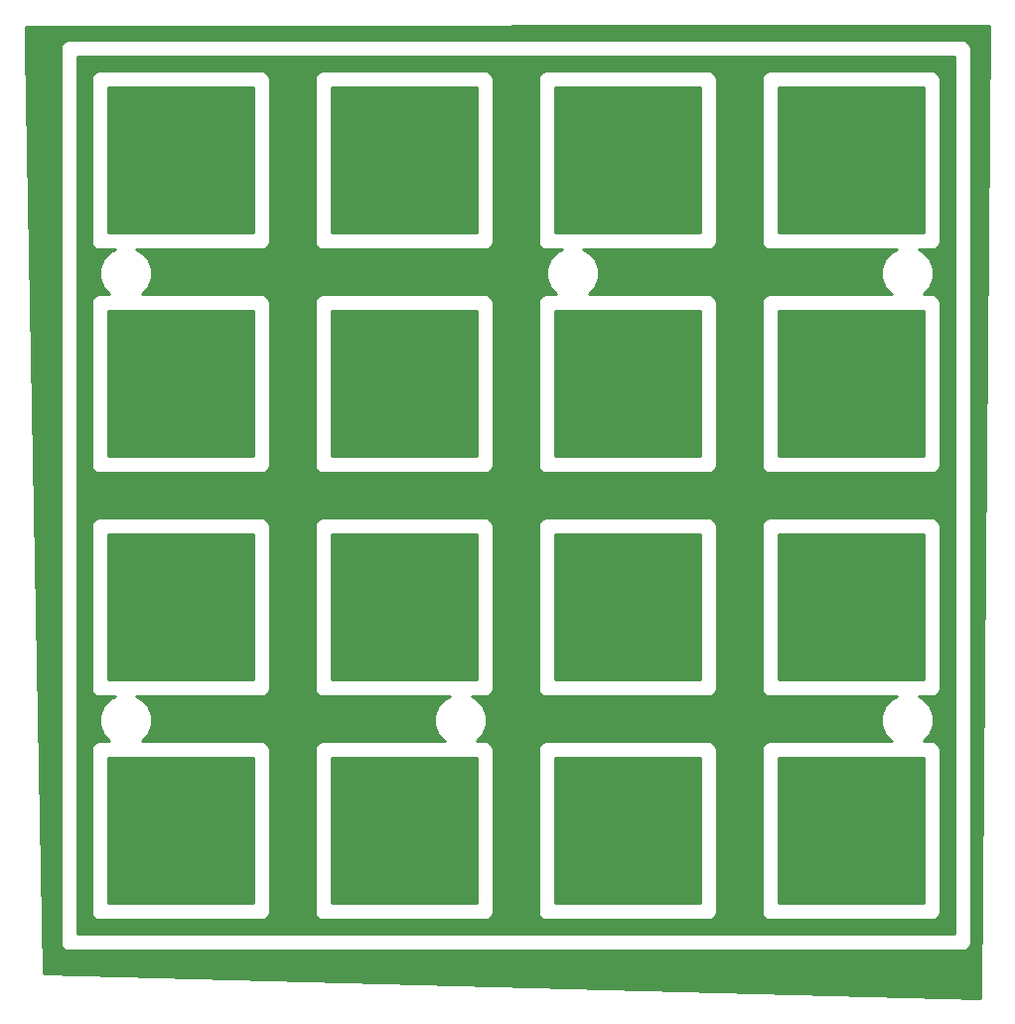
<source format=gbr>
G04 #@! TF.GenerationSoftware,KiCad,Pcbnew,(5.0.0)*
G04 #@! TF.CreationDate,2018-10-05T18:25:32-06:00*
G04 #@! TF.ProjectId,4x4_backpack,3478345F6261636B7061636B2E6B6963,rev?*
G04 #@! TF.SameCoordinates,Original*
G04 #@! TF.FileFunction,Copper,L1,Top,Signal*
G04 #@! TF.FilePolarity,Positive*
%FSLAX46Y46*%
G04 Gerber Fmt 4.6, Leading zero omitted, Abs format (unit mm)*
G04 Created by KiCad (PCBNEW (5.0.0)) date 10/05/18 18:25:32*
%MOMM*%
%LPD*%
G01*
G04 APERTURE LIST*
G04 #@! TA.AperFunction,NonConductor*
%ADD10C,0.254000*%
G04 #@! TD*
G04 APERTURE END LIST*
D10*
G36*
X153882084Y-157161650D02*
X74031077Y-155037253D01*
X72548905Y-76200000D01*
X75476091Y-76200000D01*
X75490000Y-76269926D01*
X75490001Y-152330069D01*
X75476091Y-152400000D01*
X75531195Y-152677028D01*
X75688119Y-152911881D01*
X75922972Y-153068805D01*
X76130074Y-153110000D01*
X76130075Y-153110000D01*
X76200000Y-153123909D01*
X76269926Y-153110000D01*
X152330074Y-153110000D01*
X152400000Y-153123909D01*
X152469925Y-153110000D01*
X152469926Y-153110000D01*
X152677028Y-153068805D01*
X152911881Y-152911881D01*
X153068805Y-152677028D01*
X153123909Y-152400000D01*
X153110000Y-152330074D01*
X153110000Y-76269926D01*
X153123909Y-76200000D01*
X153068805Y-75922972D01*
X152911881Y-75688119D01*
X152677028Y-75531195D01*
X152469926Y-75490000D01*
X152400000Y-75476091D01*
X152330075Y-75490000D01*
X76269925Y-75490000D01*
X76200000Y-75476091D01*
X76130074Y-75490000D01*
X75922972Y-75531195D01*
X75688119Y-75688119D01*
X75531195Y-75922972D01*
X75476091Y-76200000D01*
X72548905Y-76200000D01*
X72514328Y-74360881D01*
X154689835Y-74259598D01*
X153882084Y-157161650D01*
X153882084Y-157161650D01*
G37*
X153882084Y-157161650D02*
X74031077Y-155037253D01*
X72548905Y-76200000D01*
X75476091Y-76200000D01*
X75490000Y-76269926D01*
X75490001Y-152330069D01*
X75476091Y-152400000D01*
X75531195Y-152677028D01*
X75688119Y-152911881D01*
X75922972Y-153068805D01*
X76130074Y-153110000D01*
X76130075Y-153110000D01*
X76200000Y-153123909D01*
X76269926Y-153110000D01*
X152330074Y-153110000D01*
X152400000Y-153123909D01*
X152469925Y-153110000D01*
X152469926Y-153110000D01*
X152677028Y-153068805D01*
X152911881Y-152911881D01*
X153068805Y-152677028D01*
X153123909Y-152400000D01*
X153110000Y-152330074D01*
X153110000Y-76269926D01*
X153123909Y-76200000D01*
X153068805Y-75922972D01*
X152911881Y-75688119D01*
X152677028Y-75531195D01*
X152469926Y-75490000D01*
X152400000Y-75476091D01*
X152330075Y-75490000D01*
X76269925Y-75490000D01*
X76200000Y-75476091D01*
X76130074Y-75490000D01*
X75922972Y-75531195D01*
X75688119Y-75688119D01*
X75531195Y-75922972D01*
X75476091Y-76200000D01*
X72548905Y-76200000D01*
X72514328Y-74360881D01*
X154689835Y-74259598D01*
X153882084Y-157161650D01*
G36*
X151690000Y-151690000D02*
X76910000Y-151690000D01*
X76910000Y-116923820D01*
X78099911Y-116923820D01*
X78113821Y-116993751D01*
X78113820Y-130669024D01*
X78102451Y-130726180D01*
X78113820Y-130783336D01*
X78113820Y-130796105D01*
X78155015Y-131003207D01*
X78311939Y-131238060D01*
X78546792Y-131394985D01*
X78823820Y-131450089D01*
X78893745Y-131436180D01*
X80112640Y-131436180D01*
X79759974Y-131582259D01*
X79131259Y-132210974D01*
X78791000Y-133032431D01*
X78791000Y-133921569D01*
X79131259Y-134743026D01*
X79652053Y-135263820D01*
X78893746Y-135263820D01*
X78823820Y-135249911D01*
X78753895Y-135263820D01*
X78753894Y-135263820D01*
X78546792Y-135305015D01*
X78311939Y-135461939D01*
X78155015Y-135696792D01*
X78099911Y-135973820D01*
X78113821Y-136043751D01*
X78113820Y-149719024D01*
X78102451Y-149776180D01*
X78113820Y-149833336D01*
X78113820Y-149846105D01*
X78155015Y-150053207D01*
X78311939Y-150288060D01*
X78546792Y-150444985D01*
X78823820Y-150500089D01*
X78893745Y-150486180D01*
X92556255Y-150486180D01*
X92626180Y-150500089D01*
X92903208Y-150444985D01*
X93138061Y-150288061D01*
X93294985Y-150053208D01*
X93336180Y-149846106D01*
X93336180Y-149846105D01*
X93350089Y-149776180D01*
X93336180Y-149706254D01*
X93336180Y-136043746D01*
X93350089Y-135973820D01*
X93294985Y-135696792D01*
X93138061Y-135461939D01*
X92903208Y-135305015D01*
X92696106Y-135263820D01*
X92696105Y-135263820D01*
X92626180Y-135249911D01*
X92556254Y-135263820D01*
X82399947Y-135263820D01*
X82920741Y-134743026D01*
X83261000Y-133921569D01*
X83261000Y-133032431D01*
X82920741Y-132210974D01*
X82292026Y-131582259D01*
X81939360Y-131436180D01*
X92556255Y-131436180D01*
X92626180Y-131450089D01*
X92903208Y-131394985D01*
X93138061Y-131238061D01*
X93294985Y-131003208D01*
X93336180Y-130796106D01*
X93336180Y-130796105D01*
X93350089Y-130726180D01*
X93336180Y-130656254D01*
X93336180Y-116993746D01*
X93350089Y-116923820D01*
X97149911Y-116923820D01*
X97163821Y-116993751D01*
X97163820Y-130669024D01*
X97152451Y-130726180D01*
X97163820Y-130783336D01*
X97163820Y-130796105D01*
X97205015Y-131003207D01*
X97361939Y-131238060D01*
X97596792Y-131394985D01*
X97873820Y-131450089D01*
X97943745Y-131436180D01*
X108687640Y-131436180D01*
X108334974Y-131582259D01*
X107706259Y-132210974D01*
X107366000Y-133032431D01*
X107366000Y-133921569D01*
X107706259Y-134743026D01*
X108227053Y-135263820D01*
X97943746Y-135263820D01*
X97873820Y-135249911D01*
X97803895Y-135263820D01*
X97803894Y-135263820D01*
X97596792Y-135305015D01*
X97361939Y-135461939D01*
X97205015Y-135696792D01*
X97149911Y-135973820D01*
X97163821Y-136043751D01*
X97163820Y-149719024D01*
X97152451Y-149776180D01*
X97163820Y-149833336D01*
X97163820Y-149846105D01*
X97205015Y-150053207D01*
X97361939Y-150288060D01*
X97596792Y-150444985D01*
X97873820Y-150500089D01*
X97943745Y-150486180D01*
X111606255Y-150486180D01*
X111676180Y-150500089D01*
X111953208Y-150444985D01*
X112188061Y-150288061D01*
X112344985Y-150053208D01*
X112386180Y-149846106D01*
X112386180Y-149846105D01*
X112400089Y-149776180D01*
X112386180Y-149706254D01*
X112386180Y-136043746D01*
X112400089Y-135973820D01*
X116202451Y-135973820D01*
X116216361Y-136043751D01*
X116216360Y-149719024D01*
X116204991Y-149776180D01*
X116216360Y-149833336D01*
X116216360Y-149846105D01*
X116257555Y-150053207D01*
X116414479Y-150288060D01*
X116649332Y-150444985D01*
X116926360Y-150500089D01*
X116996285Y-150486180D01*
X130658795Y-150486180D01*
X130728720Y-150500089D01*
X131005748Y-150444985D01*
X131240601Y-150288061D01*
X131397525Y-150053208D01*
X131438720Y-149846106D01*
X131438720Y-149846105D01*
X131452629Y-149776180D01*
X131438720Y-149706254D01*
X131438720Y-136043746D01*
X131452629Y-135973820D01*
X131397525Y-135696792D01*
X131240601Y-135461939D01*
X131005748Y-135305015D01*
X130798646Y-135263820D01*
X130798645Y-135263820D01*
X130728720Y-135249911D01*
X130658794Y-135263820D01*
X116996286Y-135263820D01*
X116926360Y-135249911D01*
X116856435Y-135263820D01*
X116856434Y-135263820D01*
X116649332Y-135305015D01*
X116414479Y-135461939D01*
X116257555Y-135696792D01*
X116202451Y-135973820D01*
X112400089Y-135973820D01*
X112344985Y-135696792D01*
X112188061Y-135461939D01*
X111953208Y-135305015D01*
X111746106Y-135263820D01*
X111746105Y-135263820D01*
X111676180Y-135249911D01*
X111606254Y-135263820D01*
X110974947Y-135263820D01*
X111495741Y-134743026D01*
X111836000Y-133921569D01*
X111836000Y-133032431D01*
X111495741Y-132210974D01*
X110867026Y-131582259D01*
X110514360Y-131436180D01*
X111606255Y-131436180D01*
X111676180Y-131450089D01*
X111953208Y-131394985D01*
X112188061Y-131238061D01*
X112344985Y-131003208D01*
X112386180Y-130796106D01*
X112386180Y-130796105D01*
X112400089Y-130726180D01*
X112386180Y-130656254D01*
X112386180Y-116993746D01*
X112400089Y-116923820D01*
X116202451Y-116923820D01*
X116216361Y-116993751D01*
X116216360Y-130669024D01*
X116204991Y-130726180D01*
X116216360Y-130783336D01*
X116216360Y-130796105D01*
X116257555Y-131003207D01*
X116414479Y-131238060D01*
X116649332Y-131394985D01*
X116926360Y-131450089D01*
X116996285Y-131436180D01*
X130658795Y-131436180D01*
X130728720Y-131450089D01*
X131005748Y-131394985D01*
X131240601Y-131238061D01*
X131397525Y-131003208D01*
X131438720Y-130796106D01*
X131438720Y-130796105D01*
X131452629Y-130726180D01*
X131438720Y-130656254D01*
X131438720Y-116993746D01*
X131452629Y-116923820D01*
X135252451Y-116923820D01*
X135266361Y-116993751D01*
X135266360Y-130669024D01*
X135254991Y-130726180D01*
X135266360Y-130783336D01*
X135266360Y-130796105D01*
X135307555Y-131003207D01*
X135464479Y-131238060D01*
X135699332Y-131394985D01*
X135976360Y-131450089D01*
X136046285Y-131436180D01*
X146787640Y-131436180D01*
X146434974Y-131582259D01*
X145806259Y-132210974D01*
X145466000Y-133032431D01*
X145466000Y-133921569D01*
X145806259Y-134743026D01*
X146327053Y-135263820D01*
X136046286Y-135263820D01*
X135976360Y-135249911D01*
X135906435Y-135263820D01*
X135906434Y-135263820D01*
X135699332Y-135305015D01*
X135464479Y-135461939D01*
X135307555Y-135696792D01*
X135252451Y-135973820D01*
X135266361Y-136043751D01*
X135266360Y-149719024D01*
X135254991Y-149776180D01*
X135266360Y-149833336D01*
X135266360Y-149846105D01*
X135307555Y-150053207D01*
X135464479Y-150288060D01*
X135699332Y-150444985D01*
X135976360Y-150500089D01*
X136046285Y-150486180D01*
X149708795Y-150486180D01*
X149778720Y-150500089D01*
X150055748Y-150444985D01*
X150290601Y-150288061D01*
X150447525Y-150053208D01*
X150488720Y-149846106D01*
X150488720Y-149846105D01*
X150502629Y-149776180D01*
X150488720Y-149706254D01*
X150488720Y-136043746D01*
X150502629Y-135973820D01*
X150447525Y-135696792D01*
X150290601Y-135461939D01*
X150055748Y-135305015D01*
X149848646Y-135263820D01*
X149848645Y-135263820D01*
X149778720Y-135249911D01*
X149708794Y-135263820D01*
X149074947Y-135263820D01*
X149595741Y-134743026D01*
X149936000Y-133921569D01*
X149936000Y-133032431D01*
X149595741Y-132210974D01*
X148967026Y-131582259D01*
X148614360Y-131436180D01*
X149708795Y-131436180D01*
X149778720Y-131450089D01*
X150055748Y-131394985D01*
X150290601Y-131238061D01*
X150447525Y-131003208D01*
X150488720Y-130796106D01*
X150488720Y-130796105D01*
X150502629Y-130726180D01*
X150488720Y-130656254D01*
X150488720Y-116993746D01*
X150502629Y-116923820D01*
X150447525Y-116646792D01*
X150290601Y-116411939D01*
X150055748Y-116255015D01*
X149848646Y-116213820D01*
X149848645Y-116213820D01*
X149778720Y-116199911D01*
X149708794Y-116213820D01*
X136046286Y-116213820D01*
X135976360Y-116199911D01*
X135906435Y-116213820D01*
X135906434Y-116213820D01*
X135699332Y-116255015D01*
X135464479Y-116411939D01*
X135307555Y-116646792D01*
X135252451Y-116923820D01*
X131452629Y-116923820D01*
X131397525Y-116646792D01*
X131240601Y-116411939D01*
X131005748Y-116255015D01*
X130798646Y-116213820D01*
X130798645Y-116213820D01*
X130728720Y-116199911D01*
X130658794Y-116213820D01*
X116996286Y-116213820D01*
X116926360Y-116199911D01*
X116856435Y-116213820D01*
X116856434Y-116213820D01*
X116649332Y-116255015D01*
X116414479Y-116411939D01*
X116257555Y-116646792D01*
X116202451Y-116923820D01*
X112400089Y-116923820D01*
X112344985Y-116646792D01*
X112188061Y-116411939D01*
X111953208Y-116255015D01*
X111746106Y-116213820D01*
X111746105Y-116213820D01*
X111676180Y-116199911D01*
X111606254Y-116213820D01*
X97943746Y-116213820D01*
X97873820Y-116199911D01*
X97803895Y-116213820D01*
X97803894Y-116213820D01*
X97596792Y-116255015D01*
X97361939Y-116411939D01*
X97205015Y-116646792D01*
X97149911Y-116923820D01*
X93350089Y-116923820D01*
X93294985Y-116646792D01*
X93138061Y-116411939D01*
X92903208Y-116255015D01*
X92696106Y-116213820D01*
X92696105Y-116213820D01*
X92626180Y-116199911D01*
X92556254Y-116213820D01*
X78893746Y-116213820D01*
X78823820Y-116199911D01*
X78753895Y-116213820D01*
X78753894Y-116213820D01*
X78546792Y-116255015D01*
X78311939Y-116411939D01*
X78155015Y-116646792D01*
X78099911Y-116923820D01*
X76910000Y-116923820D01*
X76910000Y-78823820D01*
X78097371Y-78823820D01*
X78111281Y-78893751D01*
X78111280Y-92569024D01*
X78099911Y-92626180D01*
X78111280Y-92683336D01*
X78111280Y-92696105D01*
X78152475Y-92903207D01*
X78309399Y-93138060D01*
X78544252Y-93294985D01*
X78821280Y-93350089D01*
X78891205Y-93336180D01*
X80112640Y-93336180D01*
X79759974Y-93482259D01*
X79131259Y-94110974D01*
X78791000Y-94932431D01*
X78791000Y-95821569D01*
X79131259Y-96643026D01*
X79652053Y-97163820D01*
X78891206Y-97163820D01*
X78821280Y-97149911D01*
X78751355Y-97163820D01*
X78751354Y-97163820D01*
X78544252Y-97205015D01*
X78309399Y-97361939D01*
X78152475Y-97596792D01*
X78097371Y-97873820D01*
X78111281Y-97943751D01*
X78111280Y-111619024D01*
X78099911Y-111676180D01*
X78111280Y-111733336D01*
X78111280Y-111746105D01*
X78152475Y-111953207D01*
X78309399Y-112188060D01*
X78544252Y-112344985D01*
X78821280Y-112400089D01*
X78891205Y-112386180D01*
X92553715Y-112386180D01*
X92623640Y-112400089D01*
X92900668Y-112344985D01*
X93135521Y-112188061D01*
X93292445Y-111953208D01*
X93333640Y-111746106D01*
X93333640Y-111746105D01*
X93347549Y-111676180D01*
X93333640Y-111606254D01*
X93333640Y-97943746D01*
X93347549Y-97873820D01*
X97147371Y-97873820D01*
X97161281Y-97943751D01*
X97161280Y-111619024D01*
X97149911Y-111676180D01*
X97161280Y-111733336D01*
X97161280Y-111746105D01*
X97202475Y-111953207D01*
X97359399Y-112188060D01*
X97594252Y-112344985D01*
X97871280Y-112400089D01*
X97941205Y-112386180D01*
X111603715Y-112386180D01*
X111673640Y-112400089D01*
X111950668Y-112344985D01*
X112185521Y-112188061D01*
X112342445Y-111953208D01*
X112383640Y-111746106D01*
X112383640Y-111746105D01*
X112397549Y-111676180D01*
X112383640Y-111606254D01*
X112383640Y-97943746D01*
X112397549Y-97873820D01*
X112342445Y-97596792D01*
X112185521Y-97361939D01*
X111950668Y-97205015D01*
X111743566Y-97163820D01*
X111743565Y-97163820D01*
X111673640Y-97149911D01*
X111603714Y-97163820D01*
X97941206Y-97163820D01*
X97871280Y-97149911D01*
X97801355Y-97163820D01*
X97801354Y-97163820D01*
X97594252Y-97205015D01*
X97359399Y-97361939D01*
X97202475Y-97596792D01*
X97147371Y-97873820D01*
X93347549Y-97873820D01*
X93292445Y-97596792D01*
X93135521Y-97361939D01*
X92900668Y-97205015D01*
X92693566Y-97163820D01*
X92693565Y-97163820D01*
X92623640Y-97149911D01*
X92553714Y-97163820D01*
X82399947Y-97163820D01*
X82920741Y-96643026D01*
X83261000Y-95821569D01*
X83261000Y-94932431D01*
X82920741Y-94110974D01*
X82292026Y-93482259D01*
X81939360Y-93336180D01*
X92553715Y-93336180D01*
X92623640Y-93350089D01*
X92900668Y-93294985D01*
X93135521Y-93138061D01*
X93292445Y-92903208D01*
X93333640Y-92696106D01*
X93333640Y-92696105D01*
X93347549Y-92626180D01*
X93333640Y-92556254D01*
X93333640Y-78893746D01*
X93347549Y-78823820D01*
X97147371Y-78823820D01*
X97161281Y-78893751D01*
X97161280Y-92569024D01*
X97149911Y-92626180D01*
X97161280Y-92683336D01*
X97161280Y-92696105D01*
X97202475Y-92903207D01*
X97359399Y-93138060D01*
X97594252Y-93294985D01*
X97871280Y-93350089D01*
X97941205Y-93336180D01*
X111603715Y-93336180D01*
X111673640Y-93350089D01*
X111950668Y-93294985D01*
X112185521Y-93138061D01*
X112342445Y-92903208D01*
X112383640Y-92696106D01*
X112383640Y-92696105D01*
X112397549Y-92626180D01*
X112383640Y-92556254D01*
X112383640Y-78893746D01*
X112397549Y-78823820D01*
X116199911Y-78823820D01*
X116213821Y-78893751D01*
X116213820Y-92569024D01*
X116202451Y-92626180D01*
X116213820Y-92683336D01*
X116213820Y-92696105D01*
X116255015Y-92903207D01*
X116411939Y-93138060D01*
X116646792Y-93294985D01*
X116923820Y-93350089D01*
X116993745Y-93336180D01*
X118212640Y-93336180D01*
X117859974Y-93482259D01*
X117231259Y-94110974D01*
X116891000Y-94932431D01*
X116891000Y-95821569D01*
X117231259Y-96643026D01*
X117752053Y-97163820D01*
X116993746Y-97163820D01*
X116923820Y-97149911D01*
X116853895Y-97163820D01*
X116853894Y-97163820D01*
X116646792Y-97205015D01*
X116411939Y-97361939D01*
X116255015Y-97596792D01*
X116199911Y-97873820D01*
X116213821Y-97943751D01*
X116213820Y-111619024D01*
X116202451Y-111676180D01*
X116213820Y-111733336D01*
X116213820Y-111746105D01*
X116255015Y-111953207D01*
X116411939Y-112188060D01*
X116646792Y-112344985D01*
X116923820Y-112400089D01*
X116993745Y-112386180D01*
X130656255Y-112386180D01*
X130726180Y-112400089D01*
X131003208Y-112344985D01*
X131238061Y-112188061D01*
X131394985Y-111953208D01*
X131436180Y-111746106D01*
X131436180Y-111746105D01*
X131450089Y-111676180D01*
X131436180Y-111606254D01*
X131436180Y-97943746D01*
X131450089Y-97873820D01*
X131394985Y-97596792D01*
X131238061Y-97361939D01*
X131003208Y-97205015D01*
X130796106Y-97163820D01*
X130796105Y-97163820D01*
X130726180Y-97149911D01*
X130656254Y-97163820D01*
X120499947Y-97163820D01*
X121020741Y-96643026D01*
X121361000Y-95821569D01*
X121361000Y-94932431D01*
X121020741Y-94110974D01*
X120392026Y-93482259D01*
X120039360Y-93336180D01*
X130656255Y-93336180D01*
X130726180Y-93350089D01*
X131003208Y-93294985D01*
X131238061Y-93138061D01*
X131394985Y-92903208D01*
X131436180Y-92696106D01*
X131436180Y-92696105D01*
X131450089Y-92626180D01*
X131436180Y-92556254D01*
X131436180Y-78893746D01*
X131450089Y-78823820D01*
X135249911Y-78823820D01*
X135263821Y-78893751D01*
X135263820Y-92569024D01*
X135252451Y-92626180D01*
X135263820Y-92683336D01*
X135263820Y-92696105D01*
X135305015Y-92903207D01*
X135461939Y-93138060D01*
X135696792Y-93294985D01*
X135973820Y-93350089D01*
X136043745Y-93336180D01*
X146787640Y-93336180D01*
X146434974Y-93482259D01*
X145806259Y-94110974D01*
X145466000Y-94932431D01*
X145466000Y-95821569D01*
X145806259Y-96643026D01*
X146327053Y-97163820D01*
X136043746Y-97163820D01*
X135973820Y-97149911D01*
X135903895Y-97163820D01*
X135903894Y-97163820D01*
X135696792Y-97205015D01*
X135461939Y-97361939D01*
X135305015Y-97596792D01*
X135249911Y-97873820D01*
X135263821Y-97943751D01*
X135263820Y-111619024D01*
X135252451Y-111676180D01*
X135263820Y-111733336D01*
X135263820Y-111746105D01*
X135305015Y-111953207D01*
X135461939Y-112188060D01*
X135696792Y-112344985D01*
X135973820Y-112400089D01*
X136043745Y-112386180D01*
X149706255Y-112386180D01*
X149776180Y-112400089D01*
X150053208Y-112344985D01*
X150288061Y-112188061D01*
X150444985Y-111953208D01*
X150486180Y-111746106D01*
X150486180Y-111746105D01*
X150500089Y-111676180D01*
X150486180Y-111606254D01*
X150486180Y-97943746D01*
X150500089Y-97873820D01*
X150444985Y-97596792D01*
X150288061Y-97361939D01*
X150053208Y-97205015D01*
X149846106Y-97163820D01*
X149846105Y-97163820D01*
X149776180Y-97149911D01*
X149706254Y-97163820D01*
X149074947Y-97163820D01*
X149595741Y-96643026D01*
X149936000Y-95821569D01*
X149936000Y-94932431D01*
X149595741Y-94110974D01*
X148967026Y-93482259D01*
X148614360Y-93336180D01*
X149706255Y-93336180D01*
X149776180Y-93350089D01*
X150053208Y-93294985D01*
X150288061Y-93138061D01*
X150444985Y-92903208D01*
X150486180Y-92696106D01*
X150486180Y-92696105D01*
X150500089Y-92626180D01*
X150486180Y-92556254D01*
X150486180Y-78893746D01*
X150500089Y-78823820D01*
X150444985Y-78546792D01*
X150288061Y-78311939D01*
X150053208Y-78155015D01*
X149846106Y-78113820D01*
X149846105Y-78113820D01*
X149776180Y-78099911D01*
X149706254Y-78113820D01*
X136043746Y-78113820D01*
X135973820Y-78099911D01*
X135903895Y-78113820D01*
X135903894Y-78113820D01*
X135696792Y-78155015D01*
X135461939Y-78311939D01*
X135305015Y-78546792D01*
X135249911Y-78823820D01*
X131450089Y-78823820D01*
X131394985Y-78546792D01*
X131238061Y-78311939D01*
X131003208Y-78155015D01*
X130796106Y-78113820D01*
X130796105Y-78113820D01*
X130726180Y-78099911D01*
X130656254Y-78113820D01*
X116993746Y-78113820D01*
X116923820Y-78099911D01*
X116853895Y-78113820D01*
X116853894Y-78113820D01*
X116646792Y-78155015D01*
X116411939Y-78311939D01*
X116255015Y-78546792D01*
X116199911Y-78823820D01*
X112397549Y-78823820D01*
X112342445Y-78546792D01*
X112185521Y-78311939D01*
X111950668Y-78155015D01*
X111743566Y-78113820D01*
X111743565Y-78113820D01*
X111673640Y-78099911D01*
X111603714Y-78113820D01*
X97941206Y-78113820D01*
X97871280Y-78099911D01*
X97801355Y-78113820D01*
X97801354Y-78113820D01*
X97594252Y-78155015D01*
X97359399Y-78311939D01*
X97202475Y-78546792D01*
X97147371Y-78823820D01*
X93347549Y-78823820D01*
X93292445Y-78546792D01*
X93135521Y-78311939D01*
X92900668Y-78155015D01*
X92693566Y-78113820D01*
X92693565Y-78113820D01*
X92623640Y-78099911D01*
X92553714Y-78113820D01*
X78891206Y-78113820D01*
X78821280Y-78099911D01*
X78751355Y-78113820D01*
X78751354Y-78113820D01*
X78544252Y-78155015D01*
X78309399Y-78311939D01*
X78152475Y-78546792D01*
X78097371Y-78823820D01*
X76910000Y-78823820D01*
X76910000Y-76910000D01*
X151690001Y-76910000D01*
X151690000Y-151690000D01*
X151690000Y-151690000D01*
G37*
X151690000Y-151690000D02*
X76910000Y-151690000D01*
X76910000Y-116923820D01*
X78099911Y-116923820D01*
X78113821Y-116993751D01*
X78113820Y-130669024D01*
X78102451Y-130726180D01*
X78113820Y-130783336D01*
X78113820Y-130796105D01*
X78155015Y-131003207D01*
X78311939Y-131238060D01*
X78546792Y-131394985D01*
X78823820Y-131450089D01*
X78893745Y-131436180D01*
X80112640Y-131436180D01*
X79759974Y-131582259D01*
X79131259Y-132210974D01*
X78791000Y-133032431D01*
X78791000Y-133921569D01*
X79131259Y-134743026D01*
X79652053Y-135263820D01*
X78893746Y-135263820D01*
X78823820Y-135249911D01*
X78753895Y-135263820D01*
X78753894Y-135263820D01*
X78546792Y-135305015D01*
X78311939Y-135461939D01*
X78155015Y-135696792D01*
X78099911Y-135973820D01*
X78113821Y-136043751D01*
X78113820Y-149719024D01*
X78102451Y-149776180D01*
X78113820Y-149833336D01*
X78113820Y-149846105D01*
X78155015Y-150053207D01*
X78311939Y-150288060D01*
X78546792Y-150444985D01*
X78823820Y-150500089D01*
X78893745Y-150486180D01*
X92556255Y-150486180D01*
X92626180Y-150500089D01*
X92903208Y-150444985D01*
X93138061Y-150288061D01*
X93294985Y-150053208D01*
X93336180Y-149846106D01*
X93336180Y-149846105D01*
X93350089Y-149776180D01*
X93336180Y-149706254D01*
X93336180Y-136043746D01*
X93350089Y-135973820D01*
X93294985Y-135696792D01*
X93138061Y-135461939D01*
X92903208Y-135305015D01*
X92696106Y-135263820D01*
X92696105Y-135263820D01*
X92626180Y-135249911D01*
X92556254Y-135263820D01*
X82399947Y-135263820D01*
X82920741Y-134743026D01*
X83261000Y-133921569D01*
X83261000Y-133032431D01*
X82920741Y-132210974D01*
X82292026Y-131582259D01*
X81939360Y-131436180D01*
X92556255Y-131436180D01*
X92626180Y-131450089D01*
X92903208Y-131394985D01*
X93138061Y-131238061D01*
X93294985Y-131003208D01*
X93336180Y-130796106D01*
X93336180Y-130796105D01*
X93350089Y-130726180D01*
X93336180Y-130656254D01*
X93336180Y-116993746D01*
X93350089Y-116923820D01*
X97149911Y-116923820D01*
X97163821Y-116993751D01*
X97163820Y-130669024D01*
X97152451Y-130726180D01*
X97163820Y-130783336D01*
X97163820Y-130796105D01*
X97205015Y-131003207D01*
X97361939Y-131238060D01*
X97596792Y-131394985D01*
X97873820Y-131450089D01*
X97943745Y-131436180D01*
X108687640Y-131436180D01*
X108334974Y-131582259D01*
X107706259Y-132210974D01*
X107366000Y-133032431D01*
X107366000Y-133921569D01*
X107706259Y-134743026D01*
X108227053Y-135263820D01*
X97943746Y-135263820D01*
X97873820Y-135249911D01*
X97803895Y-135263820D01*
X97803894Y-135263820D01*
X97596792Y-135305015D01*
X97361939Y-135461939D01*
X97205015Y-135696792D01*
X97149911Y-135973820D01*
X97163821Y-136043751D01*
X97163820Y-149719024D01*
X97152451Y-149776180D01*
X97163820Y-149833336D01*
X97163820Y-149846105D01*
X97205015Y-150053207D01*
X97361939Y-150288060D01*
X97596792Y-150444985D01*
X97873820Y-150500089D01*
X97943745Y-150486180D01*
X111606255Y-150486180D01*
X111676180Y-150500089D01*
X111953208Y-150444985D01*
X112188061Y-150288061D01*
X112344985Y-150053208D01*
X112386180Y-149846106D01*
X112386180Y-149846105D01*
X112400089Y-149776180D01*
X112386180Y-149706254D01*
X112386180Y-136043746D01*
X112400089Y-135973820D01*
X116202451Y-135973820D01*
X116216361Y-136043751D01*
X116216360Y-149719024D01*
X116204991Y-149776180D01*
X116216360Y-149833336D01*
X116216360Y-149846105D01*
X116257555Y-150053207D01*
X116414479Y-150288060D01*
X116649332Y-150444985D01*
X116926360Y-150500089D01*
X116996285Y-150486180D01*
X130658795Y-150486180D01*
X130728720Y-150500089D01*
X131005748Y-150444985D01*
X131240601Y-150288061D01*
X131397525Y-150053208D01*
X131438720Y-149846106D01*
X131438720Y-149846105D01*
X131452629Y-149776180D01*
X131438720Y-149706254D01*
X131438720Y-136043746D01*
X131452629Y-135973820D01*
X131397525Y-135696792D01*
X131240601Y-135461939D01*
X131005748Y-135305015D01*
X130798646Y-135263820D01*
X130798645Y-135263820D01*
X130728720Y-135249911D01*
X130658794Y-135263820D01*
X116996286Y-135263820D01*
X116926360Y-135249911D01*
X116856435Y-135263820D01*
X116856434Y-135263820D01*
X116649332Y-135305015D01*
X116414479Y-135461939D01*
X116257555Y-135696792D01*
X116202451Y-135973820D01*
X112400089Y-135973820D01*
X112344985Y-135696792D01*
X112188061Y-135461939D01*
X111953208Y-135305015D01*
X111746106Y-135263820D01*
X111746105Y-135263820D01*
X111676180Y-135249911D01*
X111606254Y-135263820D01*
X110974947Y-135263820D01*
X111495741Y-134743026D01*
X111836000Y-133921569D01*
X111836000Y-133032431D01*
X111495741Y-132210974D01*
X110867026Y-131582259D01*
X110514360Y-131436180D01*
X111606255Y-131436180D01*
X111676180Y-131450089D01*
X111953208Y-131394985D01*
X112188061Y-131238061D01*
X112344985Y-131003208D01*
X112386180Y-130796106D01*
X112386180Y-130796105D01*
X112400089Y-130726180D01*
X112386180Y-130656254D01*
X112386180Y-116993746D01*
X112400089Y-116923820D01*
X116202451Y-116923820D01*
X116216361Y-116993751D01*
X116216360Y-130669024D01*
X116204991Y-130726180D01*
X116216360Y-130783336D01*
X116216360Y-130796105D01*
X116257555Y-131003207D01*
X116414479Y-131238060D01*
X116649332Y-131394985D01*
X116926360Y-131450089D01*
X116996285Y-131436180D01*
X130658795Y-131436180D01*
X130728720Y-131450089D01*
X131005748Y-131394985D01*
X131240601Y-131238061D01*
X131397525Y-131003208D01*
X131438720Y-130796106D01*
X131438720Y-130796105D01*
X131452629Y-130726180D01*
X131438720Y-130656254D01*
X131438720Y-116993746D01*
X131452629Y-116923820D01*
X135252451Y-116923820D01*
X135266361Y-116993751D01*
X135266360Y-130669024D01*
X135254991Y-130726180D01*
X135266360Y-130783336D01*
X135266360Y-130796105D01*
X135307555Y-131003207D01*
X135464479Y-131238060D01*
X135699332Y-131394985D01*
X135976360Y-131450089D01*
X136046285Y-131436180D01*
X146787640Y-131436180D01*
X146434974Y-131582259D01*
X145806259Y-132210974D01*
X145466000Y-133032431D01*
X145466000Y-133921569D01*
X145806259Y-134743026D01*
X146327053Y-135263820D01*
X136046286Y-135263820D01*
X135976360Y-135249911D01*
X135906435Y-135263820D01*
X135906434Y-135263820D01*
X135699332Y-135305015D01*
X135464479Y-135461939D01*
X135307555Y-135696792D01*
X135252451Y-135973820D01*
X135266361Y-136043751D01*
X135266360Y-149719024D01*
X135254991Y-149776180D01*
X135266360Y-149833336D01*
X135266360Y-149846105D01*
X135307555Y-150053207D01*
X135464479Y-150288060D01*
X135699332Y-150444985D01*
X135976360Y-150500089D01*
X136046285Y-150486180D01*
X149708795Y-150486180D01*
X149778720Y-150500089D01*
X150055748Y-150444985D01*
X150290601Y-150288061D01*
X150447525Y-150053208D01*
X150488720Y-149846106D01*
X150488720Y-149846105D01*
X150502629Y-149776180D01*
X150488720Y-149706254D01*
X150488720Y-136043746D01*
X150502629Y-135973820D01*
X150447525Y-135696792D01*
X150290601Y-135461939D01*
X150055748Y-135305015D01*
X149848646Y-135263820D01*
X149848645Y-135263820D01*
X149778720Y-135249911D01*
X149708794Y-135263820D01*
X149074947Y-135263820D01*
X149595741Y-134743026D01*
X149936000Y-133921569D01*
X149936000Y-133032431D01*
X149595741Y-132210974D01*
X148967026Y-131582259D01*
X148614360Y-131436180D01*
X149708795Y-131436180D01*
X149778720Y-131450089D01*
X150055748Y-131394985D01*
X150290601Y-131238061D01*
X150447525Y-131003208D01*
X150488720Y-130796106D01*
X150488720Y-130796105D01*
X150502629Y-130726180D01*
X150488720Y-130656254D01*
X150488720Y-116993746D01*
X150502629Y-116923820D01*
X150447525Y-116646792D01*
X150290601Y-116411939D01*
X150055748Y-116255015D01*
X149848646Y-116213820D01*
X149848645Y-116213820D01*
X149778720Y-116199911D01*
X149708794Y-116213820D01*
X136046286Y-116213820D01*
X135976360Y-116199911D01*
X135906435Y-116213820D01*
X135906434Y-116213820D01*
X135699332Y-116255015D01*
X135464479Y-116411939D01*
X135307555Y-116646792D01*
X135252451Y-116923820D01*
X131452629Y-116923820D01*
X131397525Y-116646792D01*
X131240601Y-116411939D01*
X131005748Y-116255015D01*
X130798646Y-116213820D01*
X130798645Y-116213820D01*
X130728720Y-116199911D01*
X130658794Y-116213820D01*
X116996286Y-116213820D01*
X116926360Y-116199911D01*
X116856435Y-116213820D01*
X116856434Y-116213820D01*
X116649332Y-116255015D01*
X116414479Y-116411939D01*
X116257555Y-116646792D01*
X116202451Y-116923820D01*
X112400089Y-116923820D01*
X112344985Y-116646792D01*
X112188061Y-116411939D01*
X111953208Y-116255015D01*
X111746106Y-116213820D01*
X111746105Y-116213820D01*
X111676180Y-116199911D01*
X111606254Y-116213820D01*
X97943746Y-116213820D01*
X97873820Y-116199911D01*
X97803895Y-116213820D01*
X97803894Y-116213820D01*
X97596792Y-116255015D01*
X97361939Y-116411939D01*
X97205015Y-116646792D01*
X97149911Y-116923820D01*
X93350089Y-116923820D01*
X93294985Y-116646792D01*
X93138061Y-116411939D01*
X92903208Y-116255015D01*
X92696106Y-116213820D01*
X92696105Y-116213820D01*
X92626180Y-116199911D01*
X92556254Y-116213820D01*
X78893746Y-116213820D01*
X78823820Y-116199911D01*
X78753895Y-116213820D01*
X78753894Y-116213820D01*
X78546792Y-116255015D01*
X78311939Y-116411939D01*
X78155015Y-116646792D01*
X78099911Y-116923820D01*
X76910000Y-116923820D01*
X76910000Y-78823820D01*
X78097371Y-78823820D01*
X78111281Y-78893751D01*
X78111280Y-92569024D01*
X78099911Y-92626180D01*
X78111280Y-92683336D01*
X78111280Y-92696105D01*
X78152475Y-92903207D01*
X78309399Y-93138060D01*
X78544252Y-93294985D01*
X78821280Y-93350089D01*
X78891205Y-93336180D01*
X80112640Y-93336180D01*
X79759974Y-93482259D01*
X79131259Y-94110974D01*
X78791000Y-94932431D01*
X78791000Y-95821569D01*
X79131259Y-96643026D01*
X79652053Y-97163820D01*
X78891206Y-97163820D01*
X78821280Y-97149911D01*
X78751355Y-97163820D01*
X78751354Y-97163820D01*
X78544252Y-97205015D01*
X78309399Y-97361939D01*
X78152475Y-97596792D01*
X78097371Y-97873820D01*
X78111281Y-97943751D01*
X78111280Y-111619024D01*
X78099911Y-111676180D01*
X78111280Y-111733336D01*
X78111280Y-111746105D01*
X78152475Y-111953207D01*
X78309399Y-112188060D01*
X78544252Y-112344985D01*
X78821280Y-112400089D01*
X78891205Y-112386180D01*
X92553715Y-112386180D01*
X92623640Y-112400089D01*
X92900668Y-112344985D01*
X93135521Y-112188061D01*
X93292445Y-111953208D01*
X93333640Y-111746106D01*
X93333640Y-111746105D01*
X93347549Y-111676180D01*
X93333640Y-111606254D01*
X93333640Y-97943746D01*
X93347549Y-97873820D01*
X97147371Y-97873820D01*
X97161281Y-97943751D01*
X97161280Y-111619024D01*
X97149911Y-111676180D01*
X97161280Y-111733336D01*
X97161280Y-111746105D01*
X97202475Y-111953207D01*
X97359399Y-112188060D01*
X97594252Y-112344985D01*
X97871280Y-112400089D01*
X97941205Y-112386180D01*
X111603715Y-112386180D01*
X111673640Y-112400089D01*
X111950668Y-112344985D01*
X112185521Y-112188061D01*
X112342445Y-111953208D01*
X112383640Y-111746106D01*
X112383640Y-111746105D01*
X112397549Y-111676180D01*
X112383640Y-111606254D01*
X112383640Y-97943746D01*
X112397549Y-97873820D01*
X112342445Y-97596792D01*
X112185521Y-97361939D01*
X111950668Y-97205015D01*
X111743566Y-97163820D01*
X111743565Y-97163820D01*
X111673640Y-97149911D01*
X111603714Y-97163820D01*
X97941206Y-97163820D01*
X97871280Y-97149911D01*
X97801355Y-97163820D01*
X97801354Y-97163820D01*
X97594252Y-97205015D01*
X97359399Y-97361939D01*
X97202475Y-97596792D01*
X97147371Y-97873820D01*
X93347549Y-97873820D01*
X93292445Y-97596792D01*
X93135521Y-97361939D01*
X92900668Y-97205015D01*
X92693566Y-97163820D01*
X92693565Y-97163820D01*
X92623640Y-97149911D01*
X92553714Y-97163820D01*
X82399947Y-97163820D01*
X82920741Y-96643026D01*
X83261000Y-95821569D01*
X83261000Y-94932431D01*
X82920741Y-94110974D01*
X82292026Y-93482259D01*
X81939360Y-93336180D01*
X92553715Y-93336180D01*
X92623640Y-93350089D01*
X92900668Y-93294985D01*
X93135521Y-93138061D01*
X93292445Y-92903208D01*
X93333640Y-92696106D01*
X93333640Y-92696105D01*
X93347549Y-92626180D01*
X93333640Y-92556254D01*
X93333640Y-78893746D01*
X93347549Y-78823820D01*
X97147371Y-78823820D01*
X97161281Y-78893751D01*
X97161280Y-92569024D01*
X97149911Y-92626180D01*
X97161280Y-92683336D01*
X97161280Y-92696105D01*
X97202475Y-92903207D01*
X97359399Y-93138060D01*
X97594252Y-93294985D01*
X97871280Y-93350089D01*
X97941205Y-93336180D01*
X111603715Y-93336180D01*
X111673640Y-93350089D01*
X111950668Y-93294985D01*
X112185521Y-93138061D01*
X112342445Y-92903208D01*
X112383640Y-92696106D01*
X112383640Y-92696105D01*
X112397549Y-92626180D01*
X112383640Y-92556254D01*
X112383640Y-78893746D01*
X112397549Y-78823820D01*
X116199911Y-78823820D01*
X116213821Y-78893751D01*
X116213820Y-92569024D01*
X116202451Y-92626180D01*
X116213820Y-92683336D01*
X116213820Y-92696105D01*
X116255015Y-92903207D01*
X116411939Y-93138060D01*
X116646792Y-93294985D01*
X116923820Y-93350089D01*
X116993745Y-93336180D01*
X118212640Y-93336180D01*
X117859974Y-93482259D01*
X117231259Y-94110974D01*
X116891000Y-94932431D01*
X116891000Y-95821569D01*
X117231259Y-96643026D01*
X117752053Y-97163820D01*
X116993746Y-97163820D01*
X116923820Y-97149911D01*
X116853895Y-97163820D01*
X116853894Y-97163820D01*
X116646792Y-97205015D01*
X116411939Y-97361939D01*
X116255015Y-97596792D01*
X116199911Y-97873820D01*
X116213821Y-97943751D01*
X116213820Y-111619024D01*
X116202451Y-111676180D01*
X116213820Y-111733336D01*
X116213820Y-111746105D01*
X116255015Y-111953207D01*
X116411939Y-112188060D01*
X116646792Y-112344985D01*
X116923820Y-112400089D01*
X116993745Y-112386180D01*
X130656255Y-112386180D01*
X130726180Y-112400089D01*
X131003208Y-112344985D01*
X131238061Y-112188061D01*
X131394985Y-111953208D01*
X131436180Y-111746106D01*
X131436180Y-111746105D01*
X131450089Y-111676180D01*
X131436180Y-111606254D01*
X131436180Y-97943746D01*
X131450089Y-97873820D01*
X131394985Y-97596792D01*
X131238061Y-97361939D01*
X131003208Y-97205015D01*
X130796106Y-97163820D01*
X130796105Y-97163820D01*
X130726180Y-97149911D01*
X130656254Y-97163820D01*
X120499947Y-97163820D01*
X121020741Y-96643026D01*
X121361000Y-95821569D01*
X121361000Y-94932431D01*
X121020741Y-94110974D01*
X120392026Y-93482259D01*
X120039360Y-93336180D01*
X130656255Y-93336180D01*
X130726180Y-93350089D01*
X131003208Y-93294985D01*
X131238061Y-93138061D01*
X131394985Y-92903208D01*
X131436180Y-92696106D01*
X131436180Y-92696105D01*
X131450089Y-92626180D01*
X131436180Y-92556254D01*
X131436180Y-78893746D01*
X131450089Y-78823820D01*
X135249911Y-78823820D01*
X135263821Y-78893751D01*
X135263820Y-92569024D01*
X135252451Y-92626180D01*
X135263820Y-92683336D01*
X135263820Y-92696105D01*
X135305015Y-92903207D01*
X135461939Y-93138060D01*
X135696792Y-93294985D01*
X135973820Y-93350089D01*
X136043745Y-93336180D01*
X146787640Y-93336180D01*
X146434974Y-93482259D01*
X145806259Y-94110974D01*
X145466000Y-94932431D01*
X145466000Y-95821569D01*
X145806259Y-96643026D01*
X146327053Y-97163820D01*
X136043746Y-97163820D01*
X135973820Y-97149911D01*
X135903895Y-97163820D01*
X135903894Y-97163820D01*
X135696792Y-97205015D01*
X135461939Y-97361939D01*
X135305015Y-97596792D01*
X135249911Y-97873820D01*
X135263821Y-97943751D01*
X135263820Y-111619024D01*
X135252451Y-111676180D01*
X135263820Y-111733336D01*
X135263820Y-111746105D01*
X135305015Y-111953207D01*
X135461939Y-112188060D01*
X135696792Y-112344985D01*
X135973820Y-112400089D01*
X136043745Y-112386180D01*
X149706255Y-112386180D01*
X149776180Y-112400089D01*
X150053208Y-112344985D01*
X150288061Y-112188061D01*
X150444985Y-111953208D01*
X150486180Y-111746106D01*
X150486180Y-111746105D01*
X150500089Y-111676180D01*
X150486180Y-111606254D01*
X150486180Y-97943746D01*
X150500089Y-97873820D01*
X150444985Y-97596792D01*
X150288061Y-97361939D01*
X150053208Y-97205015D01*
X149846106Y-97163820D01*
X149846105Y-97163820D01*
X149776180Y-97149911D01*
X149706254Y-97163820D01*
X149074947Y-97163820D01*
X149595741Y-96643026D01*
X149936000Y-95821569D01*
X149936000Y-94932431D01*
X149595741Y-94110974D01*
X148967026Y-93482259D01*
X148614360Y-93336180D01*
X149706255Y-93336180D01*
X149776180Y-93350089D01*
X150053208Y-93294985D01*
X150288061Y-93138061D01*
X150444985Y-92903208D01*
X150486180Y-92696106D01*
X150486180Y-92696105D01*
X150500089Y-92626180D01*
X150486180Y-92556254D01*
X150486180Y-78893746D01*
X150500089Y-78823820D01*
X150444985Y-78546792D01*
X150288061Y-78311939D01*
X150053208Y-78155015D01*
X149846106Y-78113820D01*
X149846105Y-78113820D01*
X149776180Y-78099911D01*
X149706254Y-78113820D01*
X136043746Y-78113820D01*
X135973820Y-78099911D01*
X135903895Y-78113820D01*
X135903894Y-78113820D01*
X135696792Y-78155015D01*
X135461939Y-78311939D01*
X135305015Y-78546792D01*
X135249911Y-78823820D01*
X131450089Y-78823820D01*
X131394985Y-78546792D01*
X131238061Y-78311939D01*
X131003208Y-78155015D01*
X130796106Y-78113820D01*
X130796105Y-78113820D01*
X130726180Y-78099911D01*
X130656254Y-78113820D01*
X116993746Y-78113820D01*
X116923820Y-78099911D01*
X116853895Y-78113820D01*
X116853894Y-78113820D01*
X116646792Y-78155015D01*
X116411939Y-78311939D01*
X116255015Y-78546792D01*
X116199911Y-78823820D01*
X112397549Y-78823820D01*
X112342445Y-78546792D01*
X112185521Y-78311939D01*
X111950668Y-78155015D01*
X111743566Y-78113820D01*
X111743565Y-78113820D01*
X111673640Y-78099911D01*
X111603714Y-78113820D01*
X97941206Y-78113820D01*
X97871280Y-78099911D01*
X97801355Y-78113820D01*
X97801354Y-78113820D01*
X97594252Y-78155015D01*
X97359399Y-78311939D01*
X97202475Y-78546792D01*
X97147371Y-78823820D01*
X93347549Y-78823820D01*
X93292445Y-78546792D01*
X93135521Y-78311939D01*
X92900668Y-78155015D01*
X92693566Y-78113820D01*
X92693565Y-78113820D01*
X92623640Y-78099911D01*
X92553714Y-78113820D01*
X78891206Y-78113820D01*
X78821280Y-78099911D01*
X78751355Y-78113820D01*
X78751354Y-78113820D01*
X78544252Y-78155015D01*
X78309399Y-78311939D01*
X78152475Y-78546792D01*
X78097371Y-78823820D01*
X76910000Y-78823820D01*
X76910000Y-76910000D01*
X151690001Y-76910000D01*
X151690000Y-151690000D01*
G36*
X110966181Y-149066180D02*
X98583820Y-149066180D01*
X98583820Y-136683820D01*
X110966180Y-136683820D01*
X110966181Y-149066180D01*
X110966181Y-149066180D01*
G37*
X110966181Y-149066180D02*
X98583820Y-149066180D01*
X98583820Y-136683820D01*
X110966180Y-136683820D01*
X110966181Y-149066180D01*
G36*
X110966181Y-130016180D02*
X98583820Y-130016180D01*
X98583820Y-117633820D01*
X110966180Y-117633820D01*
X110966181Y-130016180D01*
X110966181Y-130016180D01*
G37*
X110966181Y-130016180D02*
X98583820Y-130016180D01*
X98583820Y-117633820D01*
X110966180Y-117633820D01*
X110966181Y-130016180D01*
G36*
X130018721Y-149066180D02*
X117636360Y-149066180D01*
X117636360Y-136683820D01*
X130018720Y-136683820D01*
X130018721Y-149066180D01*
X130018721Y-149066180D01*
G37*
X130018721Y-149066180D02*
X117636360Y-149066180D01*
X117636360Y-136683820D01*
X130018720Y-136683820D01*
X130018721Y-149066180D01*
G36*
X91916181Y-149066180D02*
X79533820Y-149066180D01*
X79533820Y-136683820D01*
X91916180Y-136683820D01*
X91916181Y-149066180D01*
X91916181Y-149066180D01*
G37*
X91916181Y-149066180D02*
X79533820Y-149066180D01*
X79533820Y-136683820D01*
X91916180Y-136683820D01*
X91916181Y-149066180D01*
G36*
X91916181Y-130016180D02*
X79533820Y-130016180D01*
X79533820Y-117633820D01*
X91916180Y-117633820D01*
X91916181Y-130016180D01*
X91916181Y-130016180D01*
G37*
X91916181Y-130016180D02*
X79533820Y-130016180D01*
X79533820Y-117633820D01*
X91916180Y-117633820D01*
X91916181Y-130016180D01*
G36*
X149068721Y-149066180D02*
X136686360Y-149066180D01*
X136686360Y-136683820D01*
X149068720Y-136683820D01*
X149068721Y-149066180D01*
X149068721Y-149066180D01*
G37*
X149068721Y-149066180D02*
X136686360Y-149066180D01*
X136686360Y-136683820D01*
X149068720Y-136683820D01*
X149068721Y-149066180D01*
G36*
X149068721Y-130016180D02*
X136686360Y-130016180D01*
X136686360Y-117633820D01*
X149068720Y-117633820D01*
X149068721Y-130016180D01*
X149068721Y-130016180D01*
G37*
X149068721Y-130016180D02*
X136686360Y-130016180D01*
X136686360Y-117633820D01*
X149068720Y-117633820D01*
X149068721Y-130016180D01*
G36*
X130018721Y-130016180D02*
X117636360Y-130016180D01*
X117636360Y-117633820D01*
X130018720Y-117633820D01*
X130018721Y-130016180D01*
X130018721Y-130016180D01*
G37*
X130018721Y-130016180D02*
X117636360Y-130016180D01*
X117636360Y-117633820D01*
X130018720Y-117633820D01*
X130018721Y-130016180D01*
G36*
X130016181Y-110966180D02*
X117633820Y-110966180D01*
X117633820Y-98583820D01*
X130016180Y-98583820D01*
X130016181Y-110966180D01*
X130016181Y-110966180D01*
G37*
X130016181Y-110966180D02*
X117633820Y-110966180D01*
X117633820Y-98583820D01*
X130016180Y-98583820D01*
X130016181Y-110966180D01*
G36*
X130016181Y-91916180D02*
X117633820Y-91916180D01*
X117633820Y-79533820D01*
X130016180Y-79533820D01*
X130016181Y-91916180D01*
X130016181Y-91916180D01*
G37*
X130016181Y-91916180D02*
X117633820Y-91916180D01*
X117633820Y-79533820D01*
X130016180Y-79533820D01*
X130016181Y-91916180D01*
G36*
X149066181Y-110966180D02*
X136683820Y-110966180D01*
X136683820Y-98583820D01*
X149066180Y-98583820D01*
X149066181Y-110966180D01*
X149066181Y-110966180D01*
G37*
X149066181Y-110966180D02*
X136683820Y-110966180D01*
X136683820Y-98583820D01*
X149066180Y-98583820D01*
X149066181Y-110966180D01*
G36*
X149066181Y-91916180D02*
X136683820Y-91916180D01*
X136683820Y-79533820D01*
X149066180Y-79533820D01*
X149066181Y-91916180D01*
X149066181Y-91916180D01*
G37*
X149066181Y-91916180D02*
X136683820Y-91916180D01*
X136683820Y-79533820D01*
X149066180Y-79533820D01*
X149066181Y-91916180D01*
G36*
X110963641Y-110966180D02*
X98581280Y-110966180D01*
X98581280Y-98583820D01*
X110963640Y-98583820D01*
X110963641Y-110966180D01*
X110963641Y-110966180D01*
G37*
X110963641Y-110966180D02*
X98581280Y-110966180D01*
X98581280Y-98583820D01*
X110963640Y-98583820D01*
X110963641Y-110966180D01*
G36*
X91913641Y-110966180D02*
X79531280Y-110966180D01*
X79531280Y-98583820D01*
X91913640Y-98583820D01*
X91913641Y-110966180D01*
X91913641Y-110966180D01*
G37*
X91913641Y-110966180D02*
X79531280Y-110966180D01*
X79531280Y-98583820D01*
X91913640Y-98583820D01*
X91913641Y-110966180D01*
G36*
X91913641Y-91916180D02*
X79531280Y-91916180D01*
X79531280Y-79533820D01*
X91913640Y-79533820D01*
X91913641Y-91916180D01*
X91913641Y-91916180D01*
G37*
X91913641Y-91916180D02*
X79531280Y-91916180D01*
X79531280Y-79533820D01*
X91913640Y-79533820D01*
X91913641Y-91916180D01*
G36*
X110963641Y-91916180D02*
X98581280Y-91916180D01*
X98581280Y-79533820D01*
X110963640Y-79533820D01*
X110963641Y-91916180D01*
X110963641Y-91916180D01*
G37*
X110963641Y-91916180D02*
X98581280Y-91916180D01*
X98581280Y-79533820D01*
X110963640Y-79533820D01*
X110963641Y-91916180D01*
M02*

</source>
